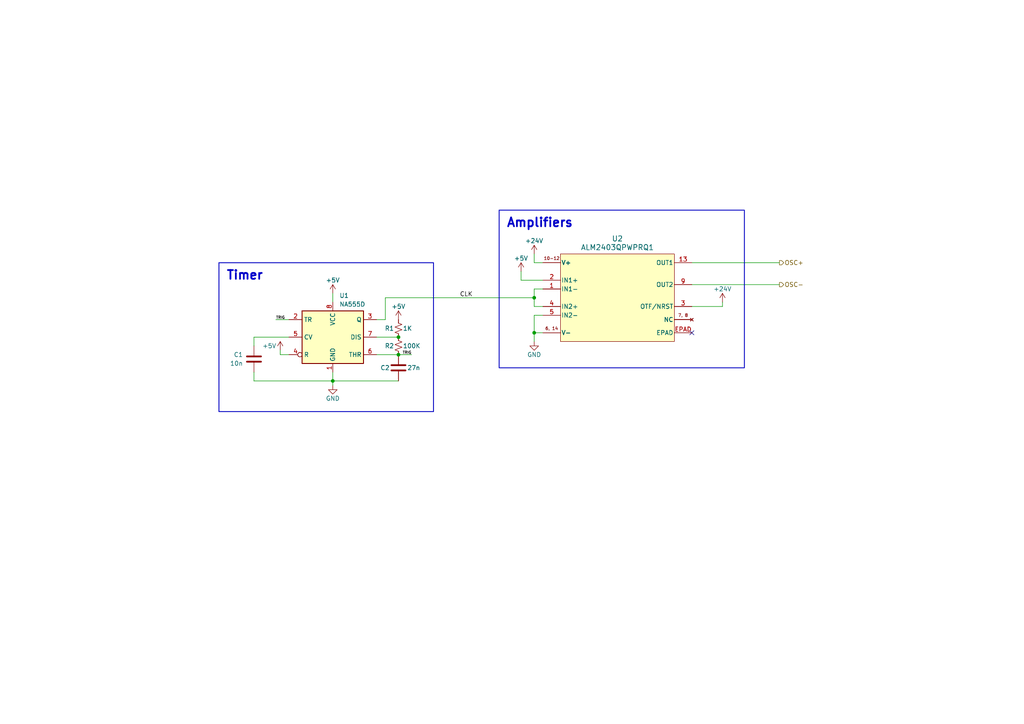
<source format=kicad_sch>
(kicad_sch (version 20230121) (generator eeschema)
  (paper "A4")
  (title_block (title "Marx Oscillator") (date "2024-03-13") (rev "0.1") (company "Adam Sher"))
  (lib_symbols
    (symbol "ALM2403QPWPRQ1:ALM2403QPWPRQ1" (pin_names (offset 0.254))
      (property "Reference" "U" (at 0 17.78 0))
      (property "Value" "ALM2403QPWPRQ1" (at 0 14.605 0))
      (symbol "ALM2403QPWPRQ1_1_1"
        (rectangle (start -16.51 12.7) (end 16.51 -12.7) (fill (type background)))
        (text "10-12" (at -19.05 11.43 0) (effects (font (size 0.889 0.889))))
        (text "6, 14" (at -19.05 -8.89 0) (effects (font (size 0.889 0.889))))
        (text "7, 8" (at 19.05 -5.08 0) (effects (font (size 0.889 0.889))))
        (pin input line (at -21.59 2.54 0) (length 5.08) (name "IN1-") (number "1"))
        (pin power_in line (at -21.59 10.16 0) (length 5.08) (name "V+") (number "10"))
        (pin power_in line (at -21.59 10.16 0) (length 5.08) (name "V+") (number "11"))
        (pin power_in line (at -21.59 10.16 0) (length 5.08) (name "V+") (number "12"))
        (pin output line (at 21.59 10.16 180) (length 5.08) (name "OUT1") (number "13"))
        (pin power_in line (at -21.59 -10.16 0) (length 5.08) (name "V-") (number "14"))
        (pin input line (at -21.59 5.08 0) (length 5.08) (name "IN1+") (number "2"))
        (pin bidirectional line (at 21.59 -2.54 180) (length 5.08) (name "OTF/NRST") (number "3"))
        (pin input line (at -21.59 -2.54 0) (length 5.08) (name "IN2+") (number "4"))
        (pin input line (at -21.59 -5.08 0) (length 5.08) (name "IN2-") (number "5"))
        (pin power_in line (at -21.59 -10.16 0) (length 5.08) (name "V-") (number "6"))
        (pin no_connect line (at 21.59 -6.35 180) (length 5.08) (name "NC") (number "7"))
        (pin no_connect line (at 21.59 -6.35 180) (length 5.08) (name "NC") (number "8"))
        (pin output line (at 21.59 3.81 180) (length 5.08) (name "OUT2") (number "9"))
        (pin unspecified line (at 21.59 -10.16 180) (length 5.08) (name "EPAD") (number "EPAD"))
      )
    )
    (symbol "Device:C" (pin_numbers hide) (pin_names (offset 0.254))
      (property "Reference" "C" (at 0.635 2.54 0))
      (property "Value" "C" (at 0.635 -2.54 0))
      (symbol "C_0_1"
        (polyline (pts (xy -2.032 -0.762) (xy 2.032 -0.762)) (stroke (width 0.508)))
        (polyline (pts (xy -2.032 0.762) (xy 2.032 0.762)) (stroke (width 0.508)))
      )
      (symbol "C_1_1"
        (pin passive line (at 0 3.81 270) (length 2.794) (name "~") (number "1"))
        (pin passive line (at 0 -3.81 90) (length 2.794) (name "~") (number "2"))
      )
    )
    (symbol "Device:R_Small_US" (pin_numbers hide) (pin_names (offset 0.254) hide)
      (property "Reference" "R" (at 0.762 0.508 0))
      (property "Value" "R_Small_US" (at 0.762 -1.016 0))
      (symbol "R_Small_US_1_1"
        (polyline (pts (xy 0 0) (xy 1.016 -0.381) (xy 0 -0.762) (xy -1.016 -1.143) (xy 0 -1.524)))
        (polyline (pts (xy 0 1.524) (xy 1.016 1.143) (xy 0 0.762) (xy -1.016 0.381) (xy 0 0)))
        (pin passive line (at 0 2.54 270) (length 1.016) (name "~") (number "1"))
        (pin passive line (at 0 -2.54 90) (length 1.016) (name "~") (number "2"))
      )
    )
    (symbol "Timer:NA555D"
      (property "Reference" "U" (at -10.16 8.89 0))
      (property "Value" "NA555D" (at 2.54 8.89 0))
      (symbol "NA555D_0_0"
        (pin power_in line (at 0 -10.16 90) (length 2.54) (name "GND") (number "1"))
        (pin power_in line (at 0 10.16 270) (length 2.54) (name "VCC") (number "8"))
      )
      (symbol "NA555D_0_1"
        (rectangle (start -8.89 -7.62) (end 8.89 7.62) (stroke (width 0.254)) (fill (type background)))
        (rectangle (start -8.89 -7.62) (end 8.89 7.62) (stroke (width 0.254)) (fill (type background)))
      )
      (symbol "NA555D_1_1"
        (pin input line (at -12.7 5.08 0) (length 3.81) (name "TR") (number "2"))
        (pin output line (at 12.7 5.08 180) (length 3.81) (name "Q") (number "3"))
        (pin input inverted (at -12.7 -5.08 0) (length 3.81) (name "R") (number "4"))
        (pin input line (at -12.7 0 0) (length 3.81) (name "CV") (number "5"))
        (pin input line (at 12.7 -5.08 180) (length 3.81) (name "THR") (number "6"))
        (pin input line (at 12.7 0 180) (length 3.81) (name "DIS") (number "7"))
      )
    )
    (symbol "power:+24V" (power) (pin_names (offset 0))
      (property "Value" "+24V" (at 0 3.556 0))
      (symbol "+24V_0_1"
        (polyline (pts (xy -0.762 1.27) (xy 0 2.54)))
        (polyline (pts (xy 0 0) (xy 0 2.54)))
        (polyline (pts (xy 0 2.54) (xy 0.762 1.27)))
      )
      (symbol "+24V_1_1"
        (pin power_in line (at 0 0 90) (length 0) hide (name "+24V") (number "1"))
      )
    )
    (symbol "power:+5V" (power) (pin_names (offset 0))
      (property "Value" "+5V" (at 0 3.556 0))
      (symbol "+5V_0_1"
        (polyline (pts (xy -0.762 1.27) (xy 0 2.54)))
        (polyline (pts (xy 0 0) (xy 0 2.54)))
        (polyline (pts (xy 0 2.54) (xy 0.762 1.27)))
      )
      (symbol "+5V_1_1"
        (pin power_in line (at 0 0 90) (length 0) hide (name "+5V") (number "1"))
      )
    )
    (symbol "power:GND" (power) (pin_names (offset 0))
      (property "Value" "GND" (at 0 -3.81 0))
      (symbol "GND_0_1"
        (polyline (pts (xy 0 0) (xy 0 -1.27) (xy 1.27 -1.27) (xy 0 -2.54) (xy -1.27 -1.27) (xy 0 -1.27)))
      )
      (symbol "GND_1_1"
        (pin power_in line (at 0 0 270) (length 0) hide (name "GND") (number "1"))
      )
    )
  )
  (junction (at 96.52 110.49))
  (junction (at 154.94 86.36))
  (junction (at 115.57 102.87))
  (junction (at 115.57 97.79))
  (junction (at 154.94 96.52))
  (no_connect (at 200.66 96.52))
  (wire (pts (xy 157.48 83.82) (xy 154.94 83.82)))
  (wire (pts (xy 109.22 92.71) (xy 111.76 92.71)))
  (wire (pts (xy 115.57 102.87) (xy 119.38 102.87)))
  (wire (pts (xy 200.66 82.55) (xy 226.06 82.55)))
  (wire (pts (xy 96.52 107.95) (xy 96.52 110.49)))
  (wire (pts (xy 73.66 107.95) (xy 73.66 110.49)))
  (wire (pts (xy 157.48 88.9) (xy 154.94 88.9)))
  (wire (pts (xy 209.55 87.63) (xy 209.55 88.9)))
  (wire (pts (xy 154.94 76.2) (xy 157.48 76.2)))
  (wire (pts (xy 96.52 111.76) (xy 96.52 110.49)))
  (wire (pts (xy 73.66 110.49) (xy 96.52 110.49)))
  (wire (pts (xy 81.28 101.6) (xy 81.28 102.87)))
  (wire (pts (xy 80.01 92.71) (xy 83.82 92.71)))
  (wire (pts (xy 96.52 85.09) (xy 96.52 87.63)))
  (wire (pts (xy 154.94 96.52) (xy 157.48 96.52)))
  (wire (pts (xy 151.13 78.74) (xy 151.13 81.28)))
  (wire (pts (xy 157.48 91.44) (xy 154.94 91.44)))
  (wire (pts (xy 154.94 91.44) (xy 154.94 96.52)))
  (wire (pts (xy 109.22 102.87) (xy 115.57 102.87)))
  (wire (pts (xy 96.52 110.49) (xy 115.57 110.49)))
  (wire (pts (xy 154.94 99.06) (xy 154.94 96.52)))
  (wire (pts (xy 73.66 100.33) (xy 73.66 97.79)))
  (wire (pts (xy 154.94 83.82) (xy 154.94 86.36)))
  (wire (pts (xy 200.66 76.2) (xy 226.06 76.2)))
  (wire (pts (xy 157.48 81.28) (xy 151.13 81.28)))
  (wire (pts (xy 109.22 97.79) (xy 115.57 97.79)))
  (wire (pts (xy 154.94 73.66) (xy 154.94 76.2)))
  (wire (pts (xy 111.76 86.36) (xy 154.94 86.36)))
  (wire (pts (xy 111.76 92.71) (xy 111.76 86.36)))
  (wire (pts (xy 200.66 88.9) (xy 209.55 88.9)))
  (wire (pts (xy 81.28 102.87) (xy 83.82 102.87)))
  (wire (pts (xy 154.94 86.36) (xy 154.94 88.9)))
  (wire (pts (xy 73.66 97.79) (xy 83.82 97.79)))
  (text_box "Timer" (at 63.5 76.2 0) (size 62.23 43.18) (stroke (width 0.254)) (effects (font (size 2.54 2.54) (thickness 0.508) bold) (justify left top)))
  (text_box "Amplifiers" (at 144.78 60.96 0) (size 71.12 45.72) (stroke (width 0.254)) (effects (font (size 2.54 2.54) bold) (justify left top)))
  (label "TRIG" (at 80.01 92.71 0) (effects (font (size 0.762 0.762))))
  (label "TRIG" (at 119.38 102.87 180) (effects (font (size 0.762 0.762))))
  (label "CLK" (at 133.35 86.36 0))
  (hierarchical_label "OSC+" (shape output) (at 226.06 76.2 0))
  (hierarchical_label "OSC-" (shape output) (at 226.06 82.55 0))
  (symbol (lib_id "Device:C") (at 73.66 104.14 0) (unit 1)
    (property "Reference" "C1" (at 70.485 102.87 0) (effects (justify right)))
    (property "Value" "10n" (at 70.485 105.41 0) (effects (justify right)))
    (property "Footprint" "Capacitor_SMD:C_0805_2012Metric" (effects hide))
    (instances (project "marx" (path "" (reference "C1") (unit 1)) (path "" (reference "C8") (unit 1))))
  )
  (symbol (lib_id "power:+5V") (at 81.28 101.6 0) (unit 1)
    (property "Reference" "#PWR07" (effects hide))
    (property "Value" "+5V" (at 78.105 100.33 0))
    (instances (project "marx" (path "" (reference "#PWR07") (unit 1)) (path "" (reference "#PWR08") (unit 1))))
  )
  (symbol (lib_id "ALM2403QPWPRQ1:ALM2403QPWPRQ1") (at 179.07 86.36 0) (unit 1)
    (property "Reference" "U2" (at 179.07 69.215 0) (effects (font (size 1.524 1.524))))
    (property "Value" "ALM2403QPWPRQ1" (at 179.07 71.755 0) (effects (font (size 1.524 1.524))))
    (property "Footprint" "footprints:ALM2403QPWPRQ1_TEX" (effects hide))
    (property "Datasheet" "ALM2403QPWPRQ1" (effects hide))
  )
  (symbol (lib_id "power:+5V") (at 96.52 85.09 0) (unit 1)
    (property "Reference" "#PWR08" (effects hide))
    (property "Value" "+5V" (at 96.52 81.28 0))
    (instances (project "marx" (path "" (reference "#PWR08") (unit 1)) (path "" (reference "#PWR09") (unit 1))))
  )
  (symbol (lib_id "Device:C") (at 115.57 106.68 180) (unit 1)
    (property "Reference" "C2" (at 113.03 106.68 0) (effects (justify left)))
    (property "Value" "27n" (at 118.11 106.68 0) (effects (justify right)))
    (property "Footprint" "Capacitor_SMD:C_0805_2012Metric" (effects hide))
    (instances (project "marx" (path "" (reference "C2") (unit 1)) (path "" (reference "C9") (unit 1))))
  )
  (symbol (lib_id "power:GND") (at 96.52 111.76 0) (unit 1)
    (property "Reference" "#PWR09" (effects hide))
    (property "Value" "GND" (at 96.52 115.57 0))
    (instances (project "marx" (path "" (reference "#PWR09") (unit 1)) (path "" (reference "#PWR010") (unit 1))))
  )
  (symbol (lib_id "power:+5V") (at 151.13 78.74 0) (unit 1)
    (property "Reference" "#PWR015" (effects hide))
    (property "Value" "+5V" (at 151.13 74.93 0))
    (instances (project "marx" (path "" (reference "#PWR015") (unit 1)) (path "" (reference "#PWR012") (unit 1))))
  )
  (symbol (lib_id "power:GND") (at 154.94 99.06 0) (unit 1)
    (property "Reference" "#PWR014" (effects hide))
    (property "Value" "GND" (at 154.94 102.87 0))
  )
  (symbol (lib_id "power:+24V") (at 209.55 87.63 0) (unit 1)
    (property "Reference" "#PWR016" (effects hide))
    (property "Value" "+24V" (at 209.55 83.82 0))
  )
  (symbol (lib_id "Device:R_Small_US") (at 115.57 95.25 0) (unit 1)
    (property "Reference" "R1" (at 114.3 95.25 0) (effects (justify right)))
    (property "Value" "1K" (at 116.84 95.25 0) (effects (justify left)))
    (property "Footprint" "Resistor_SMD:R_0805_2012Metric" (effects hide))
  )
  (symbol (lib_id "Device:R_Small_US") (at 115.57 100.33 0) (unit 1)
    (property "Reference" "R2" (at 114.3 100.33 0) (effects (justify right)))
    (property "Value" "100K" (at 116.84 100.33 0) (effects (justify left)))
    (property "Footprint" "Resistor_SMD:R_0805_2012Metric" (effects hide))
  )
  (symbol (lib_id "power:+24V") (at 154.94 73.66 0) (unit 1)
    (property "Reference" "#PWR013" (effects hide))
    (property "Value" "+24V" (at 154.94 69.85 0))
  )
  (symbol (lib_id "Timer:NA555D") (at 96.52 97.79 0) (unit 1)
    (property "Reference" "U1" (at 98.425 85.725 0) (effects (justify left)))
    (property "Value" "NA555D" (at 98.425 88.265 0) (effects (justify left)))
    (property "Footprint" "Package_SO:SOIC-8_3.9x4.9mm_P1.27mm" (effects hide))
    (property "Datasheet" "http://www.ti.com/lit/ds/symlink/ne555.pdf" (effects hide))
  )
  (symbol (lib_id "power:+5V") (at 115.57 92.71 0) (unit 1)
    (property "Reference" "#PWR011" (effects hide))
    (property "Value" "+5V" (at 115.57 88.9 0))
  )
)
</source>
